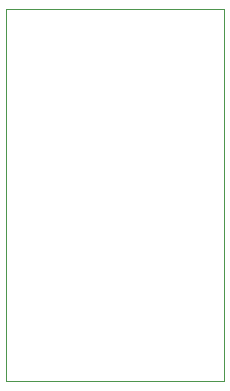
<source format=gbr>
G04 #@! TF.GenerationSoftware,KiCad,Pcbnew,5.1.0-rc1-unknown-9a8afdf~76~ubuntu18.04.1*
G04 #@! TF.CreationDate,2019-02-21T15:29:12+02:00
G04 #@! TF.ProjectId,MOD-LoRa_RevB,4d4f442d-4c6f-4526-915f-526576422e6b,rev?*
G04 #@! TF.SameCoordinates,Original*
G04 #@! TF.FileFunction,Profile,NP*
%FSLAX46Y46*%
G04 Gerber Fmt 4.6, Leading zero omitted, Abs format (unit mm)*
G04 Created by KiCad (PCBNEW 5.1.0-rc1-unknown-9a8afdf~76~ubuntu18.04.1) date 2019-02-21 15:29:12*
%MOMM*%
%LPD*%
G04 APERTURE LIST*
%ADD10C,0.050000*%
G04 APERTURE END LIST*
D10*
X118500000Y-89500000D02*
X118500000Y-121000000D01*
X137000000Y-89500000D02*
X118500000Y-89500000D01*
X137000000Y-121000000D02*
X137000000Y-89500000D01*
X118500000Y-121000000D02*
X137000000Y-121000000D01*
M02*

</source>
